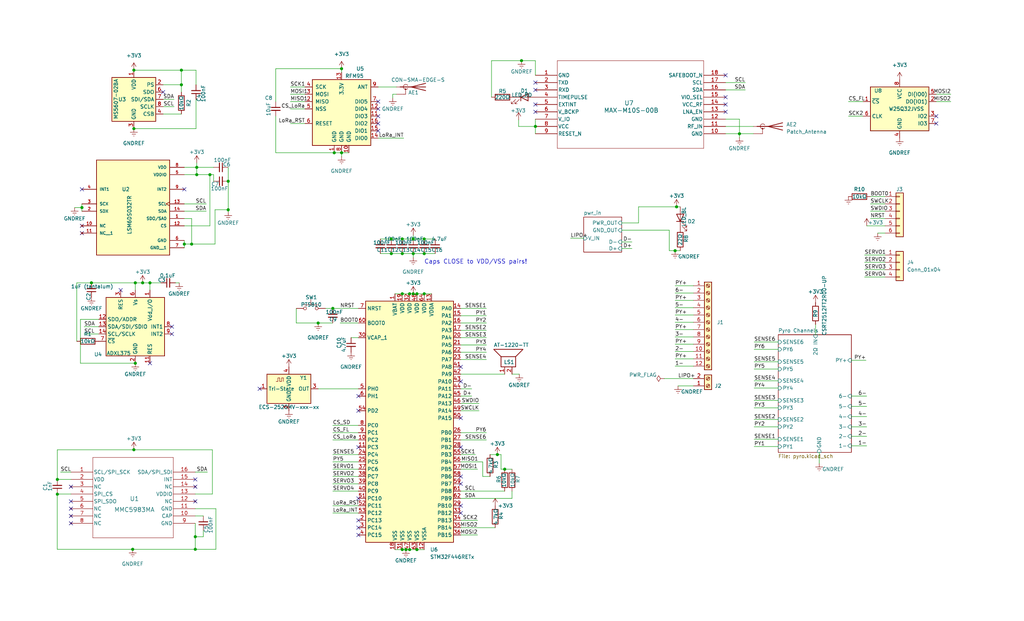
<source format=kicad_sch>
(kicad_sch (version 20231120) (generator "eeschema") (generator_version "8.0")
  (paper "USLegal")
  (title_block (title "WINTER Avionics Computer") (date "2024-02-13") (rev "3.1") (company "SparrowTheNerd"))
  (junction (at 144.78 102.108))
  (junction (at 67.818 186.5376))
  (junction (at 115.57 107.188))
  (junction (at 31.75 98.298))
  (junction (at 46.99 98.298))
  (junction (at 46.482 156.3116))
  (junction (at 68.326 58.166))
  (junction (at 49.53 98.298))
  (junction (at 62.992 24.384))
  (junction (at 135.89 88.138))
  (junction (at 135.89 83.058))
  (junction (at 139.7 83.058))
  (junction (at 139.7 102.108))
  (junction (at 19.9136 171.7548))
  (junction (at 28.448 72.136))
  (junction (at 143.51 88.138))
  (junction (at 143.51 83.058))
  (junction (at 46.0756 190.9064))
  (junction (at 172.72 157.988))
  (junction (at 147.32 102.108))
  (junction (at 46.99 126.238))
  (junction (at 19.9136 166.624))
  (junction (at 118.618 53.086))
  (junction (at 116.078 53.086))
  (junction (at 142.24 102.108))
  (junction (at 139.7 88.138))
  (junction (at 68.326 60.706))
  (junction (at 140.97 191.008))
  (junction (at 46.482 24.384))
  (junction (at 62.992 29.464))
  (junction (at 118.618 23.876))
  (junction (at 66.548 84.836))
  (junction (at 52.07 98.298))
  (junction (at 147.32 88.138))
  (junction (at 72.898 60.706))
  (junction (at 67.818 190.9064))
  (junction (at 79.248 72.898))
  (junction (at 79.248 62.992))
  (junction (at 181.102 21.082))
  (junction (at 175.26 163.068))
  (junction (at 142.24 191.008))
  (junction (at 46.482 44.704))
  (junction (at 139.7 191.008))
  (junction (at 147.32 83.058))
  (junction (at 144.78 191.008))
  (junction (at 110.49 112.268))
  (junction (at 143.51 102.108))
  (junction (at 234.442 87.122))
  (junction (at 234.95 71.882))
  (junction (at 256.794 46.482))
  (junction (at 185.928 43.942))
  (junction (at 64.008 84.836))
  (no_connect (at 160.02 127.508))
  (no_connect (at 56.642 32.004))
  (no_connect (at 124.46 185.928))
  (no_connect (at 185.928 28.702))
  (no_connect (at 185.928 31.242))
  (no_connect (at 160.02 168.148))
  (no_connect (at 124.46 183.388))
  (no_connect (at 28.448 65.786))
  (no_connect (at 251.968 36.322))
  (no_connect (at 124.46 155.448))
  (no_connect (at 24.638 169.164))
  (no_connect (at 160.02 145.288))
  (no_connect (at 28.448 78.486))
  (no_connect (at 41.91 100.838))
  (no_connect (at 64.008 65.786))
  (no_connect (at 52.07 126.238))
  (no_connect (at 325.12 42.926))
  (no_connect (at 325.12 40.386))
  (no_connect (at 185.928 36.322))
  (no_connect (at 28.448 81.026))
  (no_connect (at 67.818 174.244))
  (no_connect (at 160.02 132.588))
  (no_connect (at 131.318 40.386))
  (no_connect (at 131.318 42.926))
  (no_connect (at 131.318 45.466))
  (no_connect (at 131.318 35.306))
  (no_connect (at 131.318 37.846))
  (no_connect (at 160.02 175.768))
  (no_connect (at 160.02 165.608))
  (no_connect (at 124.46 142.748))
  (no_connect (at 67.818 169.164))
  (no_connect (at 24.638 179.324))
  (no_connect (at 24.638 181.864))
  (no_connect (at 24.638 176.784))
  (no_connect (at 67.818 166.624))
  (no_connect (at 160.02 178.308))
  (no_connect (at 59.69 116.078))
  (no_connect (at 160.02 155.448))
  (no_connect (at 59.69 113.538))
  (no_connect (at 124.46 137.668))
  (no_connect (at 185.928 38.862))
  (no_connect (at 251.968 38.862))
  (no_connect (at 124.46 180.848))
  (no_connect (at 90.17 135.128))
  (no_connect (at 24.638 174.244))
  (no_connect (at 251.968 26.162))
  (no_connect (at 251.968 33.782))
  (no_connect (at 124.46 173.228))
  (wire (pts (xy 143.51 88.138) (xy 147.32 88.138)))
  (wire (pts (xy 160.02 114.808) (xy 168.91 114.808)))
  (wire (pts (xy 240.792 117.094) (xy 234.442 117.094)))
  (wire (pts (xy 139.7 83.058) (xy 143.51 83.058)))
  (wire (pts (xy 300.228 91.186) (xy 307.34 91.186)))
  (wire (pts (xy 295.656 154.94) (xy 300.99 154.94)))
  (wire (pts (xy 46.482 24.384) (xy 62.992 24.384)))
  (wire (pts (xy 19.9136 171.704) (xy 19.9136 171.7548)))
  (wire (pts (xy 180.086 41.656) (xy 180.086 43.942)))
  (wire (pts (xy 46.482 156.21) (xy 46.482 156.3116)))
  (wire (pts (xy 139.7 88.138) (xy 143.51 88.138)))
  (wire (pts (xy 215.9 86.36) (xy 219.456 86.36)))
  (wire (pts (xy 137.16 102.108) (xy 139.7 102.108)))
  (wire (pts (xy 160.02 180.848) (xy 165.862 180.848)))
  (wire (pts (xy 64.008 83.566) (xy 64.008 84.836)))
  (wire (pts (xy 28.448 72.136) (xy 28.448 73.406)))
  (wire (pts (xy 110.49 135.128) (xy 124.46 135.128)))
  (wire (pts (xy 115.57 178.308) (xy 124.46 178.308)))
  (wire (pts (xy 46.0756 190.9064) (xy 19.8628 190.9064)))
  (wire (pts (xy 139.7 102.108) (xy 142.24 102.108)))
  (wire (pts (xy 170.18 157.988) (xy 172.72 157.988)))
  (wire (pts (xy 115.57 163.068) (xy 124.46 163.068)))
  (wire (pts (xy 181.102 21.082) (xy 170.688 21.082)))
  (wire (pts (xy 256.794 47.752) (xy 256.794 46.482)))
  (wire (pts (xy 173.99 163.068) (xy 173.99 157.988)))
  (wire (pts (xy 295.656 137.668) (xy 300.99 137.668)))
  (wire (pts (xy 261.874 125.73) (xy 270.256 125.73)))
  (wire (pts (xy 160.02 163.068) (xy 165.862 163.068)))
  (wire (pts (xy 68.326 60.706) (xy 72.898 60.706)))
  (wire (pts (xy 240.792 122.174) (xy 234.442 122.174)))
  (wire (pts (xy 66.548 84.836) (xy 64.008 84.836)))
  (wire (pts (xy 52.07 98.298) (xy 55.88 98.298)))
  (wire (pts (xy 66.548 75.946) (xy 66.548 84.836)))
  (wire (pts (xy 27.94 126.238) (xy 46.99 126.238)))
  (wire (pts (xy 294.64 40.386) (xy 299.72 40.386)))
  (wire (pts (xy 62.23 98.298) (xy 60.96 98.298)))
  (wire (pts (xy 185.928 41.402) (xy 185.928 43.942)))
  (wire (pts (xy 261.874 121.412) (xy 270.256 121.412)))
  (wire (pts (xy 67.818 164.084) (xy 72.0344 164.084)))
  (wire (pts (xy 160.02 183.388) (xy 171.958 183.388)))
  (wire (pts (xy 95.758 53.086) (xy 116.078 53.086)))
  (wire (pts (xy 28.448 70.866) (xy 28.448 72.136)))
  (wire (pts (xy 142.24 102.108) (xy 143.51 102.108)))
  (wire (pts (xy 115.57 150.368) (xy 124.46 150.368)))
  (wire (pts (xy 95.758 40.386) (xy 95.758 53.086)))
  (wire (pts (xy 143.51 83.058) (xy 147.32 83.058)))
  (wire (pts (xy 67.818 190.9064) (xy 46.0756 190.9064)))
  (wire (pts (xy 198.12 82.804) (xy 202.692 82.804)))
  (wire (pts (xy 261.874 132.334) (xy 270.256 132.334)))
  (wire (pts (xy 256.794 46.482) (xy 261.62 46.482)))
  (wire (pts (xy 52.07 98.298) (xy 49.53 98.298)))
  (wire (pts (xy 64.008 78.486) (xy 72.898 78.486)))
  (wire (pts (xy 115.57 170.688) (xy 124.46 170.688)))
  (wire (pts (xy 215.9 77.47) (xy 221.742 77.47)))
  (wire (pts (xy 121.92 117.348) (xy 124.46 117.348)))
  (wire (pts (xy 234.442 112.014) (xy 240.792 112.014)))
  (wire (pts (xy 221.742 71.882) (xy 234.95 71.882)))
  (wire (pts (xy 160.02 170.688) (xy 175.26 170.688)))
  (wire (pts (xy 29.21 113.538) (xy 34.29 113.538)))
  (wire (pts (xy 167.64 165.608) (xy 167.64 160.528)))
  (wire (pts (xy 67.818 179.324) (xy 70.612 179.324)))
  (wire (pts (xy 302.26 68.326) (xy 307.34 68.326)))
  (wire (pts (xy 300.228 88.646) (xy 307.34 88.646)))
  (wire (pts (xy 115.57 107.188) (xy 124.46 107.188)))
  (wire (pts (xy 56.642 39.624) (xy 62.992 39.624)))
  (wire (pts (xy 67.818 176.784) (xy 74.9808 176.784)))
  (wire (pts (xy 74.168 60.706) (xy 74.168 62.992)))
  (wire (pts (xy 68.072 44.704) (xy 46.482 44.704)))
  (wire (pts (xy 73.7616 171.704) (xy 67.818 171.704)))
  (wire (pts (xy 67.818 186.5376) (xy 67.818 190.9064)))
  (wire (pts (xy 170.18 165.608) (xy 167.64 165.608)))
  (wire (pts (xy 261.874 128.27) (xy 270.256 128.27)))
  (wire (pts (xy 19.8628 171.6532) (xy 20.066 171.6532)))
  (wire (pts (xy 131.318 48.006) (xy 140.208 48.006)))
  (wire (pts (xy 115.57 175.768) (xy 124.46 175.768)))
  (wire (pts (xy 21.0163 164.0826) (xy 24.638 164.084)))
  (wire (pts (xy 232.41 87.122) (xy 232.41 80.01)))
  (wire (pts (xy 79.248 72.898) (xy 79.248 73.66)))
  (wire (pts (xy 137.668 32.766) (xy 136.398 32.766)))
  (wire (pts (xy 74.676 72.898) (xy 79.248 72.898)))
  (wire (pts (xy 261.874 148.336) (xy 270.256 148.336)))
  (wire (pts (xy 46.99 100.838) (xy 46.99 98.298)))
  (wire (pts (xy 68.072 24.384) (xy 62.992 24.384)))
  (wire (pts (xy 160.02 107.188) (xy 168.91 107.188)))
  (wire (pts (xy 295.656 144.78) (xy 300.99 144.78)))
  (wire (pts (xy 160.02 119.888) (xy 168.91 119.888)))
  (wire (pts (xy 160.02 135.128) (xy 163.83 135.128)))
  (wire (pts (xy 240.792 114.554) (xy 234.442 114.554)))
  (wire (pts (xy 64.008 60.706) (xy 68.326 60.706)))
  (wire (pts (xy 251.968 43.942) (xy 261.62 43.942)))
  (wire (pts (xy 115.57 147.828) (xy 124.46 147.828)))
  (wire (pts (xy 325.12 35.306) (xy 330.2 35.306)))
  (wire (pts (xy 215.9 84.074) (xy 219.456 84.074)))
  (wire (pts (xy 46.99 98.298) (xy 31.75 98.298)))
  (wire (pts (xy 56.642 37.084) (xy 60.452 37.084)))
  (wire (pts (xy 62.992 32.004) (xy 62.992 29.464)))
  (wire (pts (xy 132.08 88.138) (xy 135.89 88.138)))
  (wire (pts (xy 261.874 155.194) (xy 270.256 155.194)))
  (wire (pts (xy 261.874 145.796) (xy 270.256 145.796)))
  (wire (pts (xy 19.9136 166.624) (xy 19.9136 166.6748)))
  (wire (pts (xy 79.248 58.166) (xy 79.248 62.992)))
  (wire (pts (xy 160.02 117.348) (xy 168.91 117.348)))
  (wire (pts (xy 215.9 80.01) (xy 232.41 80.01)))
  (wire (pts (xy 67.818 181.864) (xy 67.818 186.5376)))
  (wire (pts (xy 234.442 99.314) (xy 240.792 99.314)))
  (wire (pts (xy 181.102 21.082) (xy 185.928 21.082)))
  (wire (pts (xy 29.21 116.078) (xy 34.29 116.078)))
  (wire (pts (xy 160.02 124.968) (xy 168.91 124.968)))
  (wire (pts (xy 160.02 185.928) (xy 165.862 185.928)))
  (wire (pts (xy 284.48 157.226) (xy 284.48 161.036)))
  (wire (pts (xy 142.24 191.008) (xy 144.78 191.008)))
  (wire (pts (xy 300.228 93.726) (xy 307.34 93.726)))
  (wire (pts (xy 234.442 104.394) (xy 240.792 104.394)))
  (wire (pts (xy 118.618 54.356) (xy 118.618 53.086)))
  (wire (pts (xy 74.676 84.836) (xy 74.676 72.898)))
  (wire (pts (xy 100.838 37.846) (xy 105.918 37.846)))
  (wire (pts (xy 160.02 173.228) (xy 177.8 173.228)))
  (wire (pts (xy 304.8 81.026) (xy 307.34 81.026)))
  (wire (pts (xy 68.072 34.544) (xy 68.072 44.704)))
  (wire (pts (xy 294.64 35.306) (xy 299.72 35.306)))
  (wire (pts (xy 240.792 124.714) (xy 234.442 124.714)))
  (wire (pts (xy 261.874 118.872) (xy 270.256 118.872)))
  (wire (pts (xy 135.89 83.058) (xy 139.7 83.058)))
  (wire (pts (xy 70.612 186.5376) (xy 67.818 186.5376)))
  (wire (pts (xy 160.02 122.428) (xy 168.91 122.428)))
  (wire (pts (xy 19.9136 166.624) (xy 19.9136 156.3116)))
  (wire (pts (xy 73.7616 156.3116) (xy 73.7616 171.704)))
  (wire (pts (xy 261.874 152.654) (xy 270.256 152.654)))
  (wire (pts (xy 64.008 84.836) (xy 64.008 86.106)))
  (wire (pts (xy 177.8 170.688) (xy 177.8 173.228)))
  (wire (pts (xy 19.9136 156.3116) (xy 46.482 156.3116)))
  (wire (pts (xy 160.02 112.268) (xy 168.91 112.268)))
  (wire (pts (xy 72.898 78.486) (xy 72.898 60.706)))
  (wire (pts (xy 143.51 88.138) (xy 143.51 89.408)))
  (wire (pts (xy 302.26 73.406) (xy 307.34 73.406)))
  (wire (pts (xy 251.968 28.702) (xy 258.826 28.702)))
  (wire (pts (xy 295.656 125.222) (xy 300.736 125.222)))
  (wire (pts (xy 234.442 87.122) (xy 232.41 87.122)))
  (wire (pts (xy 25.908 72.136) (xy 28.448 72.136)))
  (wire (pts (xy 66.548 84.836) (xy 74.676 84.836)))
  (wire (pts (xy 64.008 58.166) (xy 68.326 58.166)))
  (wire (pts (xy 20.066 171.7548) (xy 19.9136 171.7548)))
  (wire (pts (xy 295.656 151.638) (xy 300.99 151.638)))
  (wire (pts (xy 26.67 98.298) (xy 26.67 118.618)))
  (wire (pts (xy 144.78 102.108) (xy 147.32 102.108)))
  (wire (pts (xy 68.326 56.642) (xy 68.326 58.166)))
  (wire (pts (xy 20.066 171.6532) (xy 20.066 171.7548)))
  (wire (pts (xy 74.9808 190.9064) (xy 67.818 190.9064)))
  (wire (pts (xy 236.22 87.122) (xy 234.442 87.122)))
  (wire (pts (xy 116.078 53.086) (xy 118.618 53.086)))
  (wire (pts (xy 185.928 43.942) (xy 180.086 43.942)))
  (wire (pts (xy 64.008 75.946) (xy 66.548 75.946)))
  (wire (pts (xy 115.57 168.148) (xy 124.46 168.148)))
  (wire (pts (xy 295.656 148.336) (xy 300.99 148.336)))
  (wire (pts (xy 300.99 78.486) (xy 307.34 78.486)))
  (wire (pts (xy 185.928 26.162) (xy 185.928 21.082)))
  (wire (pts (xy 100.838 32.766) (xy 105.918 32.766)))
  (wire (pts (xy 235.458 134.112) (xy 240.792 134.112)))
  (wire (pts (xy 131.318 30.226) (xy 137.668 30.226)))
  (wire (pts (xy 221.742 77.47) (xy 221.742 71.882)))
  (wire (pts (xy 118.618 23.876) (xy 118.618 25.146)))
  (wire (pts (xy 302.26 70.866) (xy 307.34 70.866)))
  (wire (pts (xy 139.7 191.008) (xy 140.97 191.008)))
  (wire (pts (xy 52.07 100.838) (xy 52.07 98.298)))
  (wire (pts (xy 144.78 191.008) (xy 147.32 191.008)))
  (wire (pts (xy 240.792 127.254) (xy 234.442 127.254)))
  (wire (pts (xy 135.89 88.138) (xy 139.7 88.138)))
  (wire (pts (xy 100.838 35.306) (xy 105.918 35.306)))
  (wire (pts (xy 230.632 131.572) (xy 240.792 131.572)))
  (wire (pts (xy 283.21 112.776) (xy 283.21 116.332)))
  (wire (pts (xy 102.87 112.268) (xy 110.49 112.268)))
  (wire (pts (xy 234.442 109.474) (xy 240.792 109.474)))
  (wire (pts (xy 124.46 160.528) (xy 115.57 160.528)))
  (wire (pts (xy 160.02 140.208) (xy 166.37 140.208)))
  (wire (pts (xy 118.11 112.268) (xy 124.46 112.268)))
  (wire (pts (xy 300.228 96.266) (xy 307.34 96.266)))
  (wire (pts (xy 113.03 107.188) (xy 115.57 107.188)))
  (wire (pts (xy 175.26 163.068) (xy 173.99 163.068)))
  (wire (pts (xy 70.612 184.404) (xy 70.612 186.5376)))
  (wire (pts (xy 95.758 35.306) (xy 95.758 23.876)))
  (wire (pts (xy 56.642 34.544) (xy 60.452 34.544)))
  (wire (pts (xy 160.02 160.528) (xy 167.64 160.528)))
  (wire (pts (xy 137.16 191.008) (xy 139.7 191.008)))
  (wire (pts (xy 24.638 171.704) (xy 19.9136 171.704)))
  (wire (pts (xy 170.688 21.082) (xy 170.688 33.782)))
  (wire (pts (xy 160.02 152.908) (xy 168.91 152.908)))
  (wire (pts (xy 234.442 101.854) (xy 240.792 101.854)))
  (wire (pts (xy 256.794 41.402) (xy 256.794 46.482)))
  (wire (pts (xy 34.29 110.998) (xy 27.94 110.998)))
  (wire (pts (xy 100.838 42.926) (xy 105.918 42.926)))
  (wire (pts (xy 143.51 102.108) (xy 144.78 102.108)))
  (wire (pts (xy 115.57 152.908) (xy 124.46 152.908)))
  (wire (pts (xy 295.656 141.224) (xy 300.99 141.224)))
  (wire (pts (xy 185.928 43.942) (xy 185.928 46.482)))
  (wire (pts (xy 124.46 157.988) (xy 115.57 157.988)))
  (wire (pts (xy 110.49 112.268) (xy 115.57 112.268)))
  (wire (pts (xy 240.792 119.634) (xy 234.442 119.634)))
  (wire (pts (xy 115.57 165.608) (xy 124.46 165.608)))
  (wire (pts (xy 261.874 139.192) (xy 270.256 139.192)))
  (wire (pts (xy 136.398 32.766) (xy 136.398 34.036)))
  (wire (pts (xy 132.08 83.058) (xy 135.89 83.058)))
  (wire (pts (xy 68.326 58.166) (xy 68.326 60.706)))
  (wire (pts (xy 160.02 157.988) (xy 165.1 157.988)))
  (wire (pts (xy 102.87 107.188) (xy 102.87 112.268)))
  (wire (pts (xy 95.758 23.876) (xy 118.618 23.876)))
  (wire (pts (xy 19.8628 190.9064) (xy 19.8628 171.6532)))
  (wire (pts (xy 160.02 137.668) (xy 163.83 137.668)))
  (wire (pts (xy 177.8 163.068) (xy 175.26 163.068)))
  (wire (pts (xy 64.008 73.406) (xy 71.628 73.406)))
  (wire (pts (xy 79.248 62.992) (xy 79.248 72.898)))
  (wire (pts (xy 31.75 98.298) (xy 26.67 98.298)))
  (wire (pts (xy 72.898 60.706) (xy 74.168 60.706)))
  (wire (pts (xy 147.32 102.108) (xy 149.86 102.108)))
  (wire (pts (xy 147.32 88.138) (xy 151.13 88.138)))
  (wire (pts (xy 160.02 109.728) (xy 168.91 109.728)))
  (wire (pts (xy 27.94 110.998) (xy 27.94 126.238)))
  (wire (pts (xy 251.968 46.482) (xy 256.794 46.482)))
  (wire (pts (xy 74.9808 176.784) (xy 74.9808 190.9064)))
  (wire (pts (xy 173.99 157.988) (xy 172.72 157.988)))
  (wire (pts (xy 62.992 24.384) (xy 62.992 29.464)))
  (wire (pts (xy 261.874 134.874) (xy 270.256 134.874)))
  (wire (pts (xy 62.992 29.464) (xy 56.642 29.464)))
  (wire (pts (xy 24.638 166.624) (xy 19.9136 166.624)))
  (wire (pts (xy 251.968 31.242) (xy 258.826 31.242)))
  (wire (pts (xy 325.12 32.766) (xy 330.2 32.766)))
  (wire (pts (xy 68.326 58.166) (xy 74.168 58.166)))
  (wire (pts (xy 302.26 75.946) (xy 307.34 75.946)))
  (wire (pts (xy 140.97 191.008) (xy 142.24 191.008)))
  (wire (pts (xy 160.02 142.748) (xy 166.37 142.748)))
  (wire (pts (xy 160.02 150.368) (xy 168.91 150.368)))
  (wire (pts (xy 234.442 106.934) (xy 240.792 106.934)))
  (wire (pts (xy 64.008 70.866) (xy 71.628 70.866)))
  (wire (pts (xy 261.874 141.732) (xy 270.256 141.732)))
  (wire (pts (xy 175.26 130.048) (xy 160.02 130.048)))
  (wire (pts (xy 251.968 41.402) (xy 256.794 41.402)))
  (wire (pts (xy 68.072 29.464) (xy 68.072 24.384)))
  (wire (pts (xy 143.51 81.788) (xy 143.51 83.058)))
  (wire (pts (xy 147.32 83.058) (xy 151.13 83.058)))
  (wire (pts (xy 100.838 30.226) (xy 105.918 30.226)))
  (wire (pts (xy 180.34 130.048) (xy 177.8 130.048)))
  (wire (pts (xy 46.482 156.3116) (xy 73.7616 156.3116)))
  (wire (pts (xy 49.53 98.298) (xy 46.99 98.298)))
  (wire (pts (xy 234.95 71.882) (xy 236.22 71.882)))
  (wire (pts (xy 118.618 53.086) (xy 121.158 53.086)))
  (text "Caps CLOSE to VDD/VSS pairs!" (at 147.32 91.948 0) (effects (font (size 1.5 1.5)) (justify left bottom)))
  (label "MISO2" (at 165.862 183.388 180))
  (label "PY+" (at 234.442 114.554 0))
  (label "MOSI2" (at 330.2 32.766 180))
  (label "MOSI1" (at 100.838 32.766 0))
  (label "SENSE5" (at 261.874 125.73 0))
  (label "PY+" (at 234.442 99.314 0))
  (label "PY+" (at 234.442 104.394 0))
  (label "MISO2" (at 330.2 35.306 180))
  (label "SERVO1" (at 115.57 163.068 0))
  (label "5-" (at 234.442 106.934 0))
  (label "SCL" (at 60.452 37.084 180))
  (label "3-" (at 234.442 117.094 0))
  (label "SCL" (at 29.21 116.078 0))
  (label "MOSI2" (at 165.862 185.928 180))
  (label "SCK1" (at 100.838 30.226 0))
  (label "PY1" (at 168.91 109.728 180))
  (label "D+" (at 163.83 137.668 180))
  (label "LoRa_RST" (at 115.57 175.768 0))
  (label "PY3" (at 261.874 141.732 0))
  (label "SWDIO" (at 302.26 73.406 0))
  (label "CS_FL" (at 294.64 35.306 0))
  (label "PY4" (at 261.874 134.874 0))
  (label "1-" (at 234.442 127.254 0))
  (label "SCL" (at 165.1 170.688 180))
  (label "SCL" (at 258.826 28.702 180))
  (label "MISO1" (at 100.838 35.306 0))
  (label "PY+" (at 300.736 125.222 180))
  (label "PY5" (at 261.874 128.27 0))
  (label "SERVO3" (at 300.228 93.726 0))
  (label "PY2" (at 261.874 148.336 0))
  (label "SCK2" (at 165.862 180.848 180))
  (label "SENSE6" (at 168.91 152.908 180))
  (label "PY1" (at 261.874 155.194 0))
  (label "PY4" (at 168.91 122.428 180))
  (label "CS_LoRa" (at 115.57 152.908 0))
  (label "SCK1" (at 165.1 157.988 180))
  (label "SDA" (at 60.452 34.544 180))
  (label "SENSE5" (at 115.57 157.988 0))
  (label "SDA" (at 258.826 31.242 180))
  (label "PY5" (at 115.57 160.528 0))
  (label "SERVO4" (at 300.228 96.266 0))
  (label "SCL" (at 21.0163 164.0826 0))
  (label "6-" (at 300.99 137.668 180))
  (label "SERVO2" (at 300.228 91.186 0))
  (label "SENSE1" (at 168.91 107.188 180))
  (label "MOSI1" (at 165.862 163.068 180))
  (label "SWCLK" (at 302.26 70.866 0))
  (label "6-" (at 234.442 101.854 0))
  (label "BOOT0" (at 302.26 68.326 0))
  (label "LoRa_INT" (at 140.208 48.006 180))
  (label "SWDIO" (at 166.37 140.208 180))
  (label "LIPO+" (at 198.12 82.804 0))
  (label "PY+" (at 234.442 119.634 0))
  (label "SENSE2" (at 261.874 145.796 0))
  (label "BOOT0" (at 118.11 112.268 0))
  (label "SERVO3" (at 115.57 168.148 0))
  (label "PY6" (at 168.91 150.368 180))
  (label "2-" (at 300.99 151.638 180))
  (label "PY6" (at 261.874 121.412 0))
  (label "NRST" (at 302.26 75.946 0))
  (label "SDA" (at 71.628 73.406 180))
  (label "SENSE4" (at 261.874 132.334 0))
  (label "SDA" (at 72.0344 164.084 180))
  (label "CS_FL" (at 115.57 150.368 0))
  (label "SENSE3" (at 168.91 117.348 180))
  (label "SCL" (at 71.628 70.866 180))
  (label "D+" (at 219.456 86.36 180))
  (label "PY+" (at 234.442 124.714 0))
  (label "4-" (at 300.99 144.78 180))
  (label "SERVO4" (at 115.57 170.688 0))
  (label "PY2" (at 168.91 112.268 180))
  (label "D-" (at 163.83 135.128 180))
  (label "2-" (at 234.442 122.174 0))
  (label "SDA" (at 165.1 173.228 180))
  (label "3-" (at 300.99 148.336 180))
  (label "LIPO+" (at 235.458 131.572 0))
  (label "SERVO1" (at 300.228 88.646 0))
  (label "SENSE1" (at 261.874 152.654 0))
  (label "CS_LoRa" (at 105.918 37.846 180))
  (label "SERVO2" (at 115.57 165.608 0))
  (label "4-" (at 234.442 112.014 0))
  (label "LoRa_RST" (at 105.918 42.926 180))
  (label "1-" (at 300.99 154.94 180))
  (label "SCK2" (at 294.64 40.386 0))
  (label "SWCLK" (at 166.37 142.748 180))
  (label "CS_SD" (at 115.57 147.828 0))
  (label "PY+" (at 234.442 109.474 0))
  (label "D-" (at 219.456 84.074 180))
  (label "LoRa_INT" (at 115.57 178.308 0))
  (label "SENSE2" (at 168.91 114.808 180))
  (label "MISO1" (at 166.116 160.528 180))
  (label "SENSE3" (at 261.874 139.192 0))
  (label "SENSE6" (at 261.874 118.872 0))
  (label "PY3" (at 168.91 119.888 180))
  (label "5-" (at 300.99 141.224 180))
  (label "SENSE4" (at 168.91 124.968 180))
  (label "NRST" (at 118.11 107.188 0))
  (label "SDA" (at 29.21 113.538 0))
  (symbol (lib_id "rev3_components:MMC5983MA") (at 24.638 164.084 0) (unit 1)
    (property "Reference" "U1" (at 46.6852 173.3296 0) (effects (font (size 1.524 1.524))))
    (property "Value" "MMC5983MA" (at 46.6852 177.1396 0) (effects (font (size 1.524 1.524))))
    (property "Footprint" "rev3footprints:MMC5983MA_MEM" (effects (hide yes)))
    (property "Datasheet" "MMC5983MA" (effects (hide yes)))
  )
  (symbol (lib_id "Memory_Flash:W25Q32JVSS") (at 312.42 37.846 0) (unit 1)
    (property "Reference" "U8" (at 303.53 31.496 0) (effects (justify left)))
    (property "Value" "W25Q32JVSS" (at 308.61 37.846 0) (effects (justify left)))
    (property "Footprint" "Package_SO:SOIC-8_5.23x5.23mm_P1.27mm" (effects (hide yes)))
    (property "Datasheet" "http://www.winbond.com/resource-files/w25q32jv%20revg%2003272018%20plus.pdf" (effects (hide yes)))
  )
  (symbol (lib_id "power:GNDREF") (at 140.97 191.008 0) (unit 1)
    (property "Reference" "#PWR019" (effects (hide yes)))
    (property "Value" "GNDREF" (at 140.97 194.818 0))
  )
  (symbol (lib_id "Device:C_Small") (at 151.13 85.598 0) (unit 1)
    (property "Reference" "C16" (at 149.86 86.868 0) (effects (justify left)))
    (property "Value" "4.7uF" (at 149.86 83.058 0) (effects (justify left)))
    (property "Footprint" "Capacitor_SMD:C_0603_1608Metric" (effects (hide yes)))
  )
  (symbol (lib_id "power:+3.3V") (at 118.618 23.876 0) (unit 1)
    (property "Reference" "#PWR015" (effects (hide yes)))
    (property "Value" "+3V3" (at 118.618 18.796 0))
  )
  (symbol (lib_id "power:+3.3V") (at 283.21 105.156 0) (unit 1)
    (property "Reference" "#PWR032" (effects (hide yes)))
    (property "Value" "+3V3" (at 283.21 101.346 0))
  )
  (symbol (lib_id "Device:C_Small") (at 31.75 100.838 180) (unit 1)
    (property "Reference" "C2" (at 30.7639 101.7507 90) (effects (justify left)))
    (property "Value" "1uF (tantalum)" (at 39.37 99.568 0) (effects (justify left)))
    (property "Footprint" "Capacitor_SMD:C_0603_1608Metric" (effects (hide yes)))
  )
  (symbol (lib_id "Device:R") (at 62.992 35.814 180) (unit 1)
    (property "Reference" "R2" (at 65.532 35.814 90))
    (property "Value" "10kΩ" (at 62.992 35.814 90))
    (property "Footprint" "Resistor_SMD:R_0603_1608Metric" (effects (hide yes)))
  )
  (symbol (lib_id "Device:C_Small") (at 135.89 85.598 0) (unit 1)
    (property "Reference" "C12" (at 134.62 86.868 0) (effects (justify left)))
    (property "Value" "100nF" (at 133.35 83.058 0) (effects (justify left)))
    (property "Footprint" "Capacitor_SMD:C_0603_1608Metric" (effects (hide yes)))
  )
  (symbol (lib_id "Device:R") (at 175.26 166.878 0) (mirror x) (unit 1)
    (property "Reference" "R6" (at 173.2106 166.5478 90))
    (property "Value" "10kΩ" (at 175.006 166.878 90))
    (property "Footprint" "Resistor_SMD:R_0603_1608Metric" (effects (hide yes)))
  )
  (symbol (lib_id "Connector:Screw_Terminal_01x02") (at 245.872 134.112 0) (mirror x) (unit 1)
    (property "Reference" "J2" (at 248.158 134.112 0) (effects (justify left)))
    (property "Value" "Screw_Terminal_01x02" (effects (hide yes)))
    (property "Footprint" "Connector_PinHeader_2.54mm:PinHeader_1x02_P2.54mm_Vertical" (effects (hide yes)))
  )
  (symbol (lib_id "power:GNDREF") (at 304.8 81.026 0) (unit 1)
    (property "Reference" "#PWR036" (effects (hide yes)))
    (property "Value" "GNDREF" (effects (hide yes)))
  )
  (symbol (lib_id "power:GNDREF") (at 46.482 44.704 0) (unit 1)
    (property "Reference" "#PWR05" (effects (hide yes)))
    (property "Value" "GNDREF" (at 46.482 49.784 0))
  )
  (symbol (lib_id "Device:C_Small") (at 68.072 32.004 180) (unit 1)
    (property "Reference" "C4" (at 69.0716 32.6762 90) (effects (justify left)))
    (property "Value" "100nF" (at 70.612 29.464 90) (effects (justify left)))
    (property "Footprint" "Capacitor_SMD:C_0603_1608Metric" (effects (hide yes)))
  )
  (symbol (lib_id "Device:C_Small") (at 58.42 98.298 90) (unit 1)
    (property "Reference" "C3" (at 57.5073 97.3119 90) (effects (justify left)))
    (property "Value" "0.1uF" (at 60.96 95.758 90) (effects (justify left)))
    (property "Footprint" "Capacitor_SMD:C_0603_1608Metric" (effects (hide yes)))
  )
  (symbol (lib_id "power:+3.3V") (at 234.95 71.882 0) (unit 1)
    (property "Reference" "#PWR029" (effects (hide yes)))
    (property "Value" "+3V3" (at 234.95 68.072 0))
  )
  (symbol (lib_id "Device:C_Small") (at 76.708 58.166 270) (unit 1)
    (property "Reference" "C6" (at 77.3802 57.1664 90) (effects (justify left)))
    (property "Value" "100nF" (at 74.168 55.626 90) (effects (justify left)))
    (property "Footprint" "Capacitor_SMD:C_0603_1608Metric" (effects (hide yes)))
  )
  (symbol (lib_id "power:+3.3V") (at 171.958 175.768 0) (unit 1)
    (property "Reference" "#PWR023" (effects (hide yes)))
    (property "Value" "+3V3" (at 175.514 175.768 0))
  )
  (symbol (lib_id "power:+3.3V") (at 68.326 56.642 0) (unit 1)
    (property "Reference" "#PWR010" (effects (hide yes)))
    (property "Value" "+3V3" (at 68.326 52.832 0))
  )
  (symbol (lib_id "Device:C_Small") (at 143.51 85.598 0) (unit 1)
    (property "Reference" "C14" (at 142.24 86.868 0) (effects (justify left)))
    (property "Value" "100nF" (at 140.97 83.058 0) (effects (justify left)))
    (property "Footprint" "Capacitor_SMD:C_0603_1608Metric" (effects (hide yes)))
  )
  (symbol (lib_id "Device:LED") (at 236.22 75.692 90) (unit 1)
    (property "Reference" "D2" (at 238.76 76.962 90) (effects (justify right)))
    (property "Value" "LED_BL" (at 237.49 71.882 0) (effects (justify right)))
    (property "Footprint" "LED_SMD:LED_0603_1608Metric" (effects (hide yes)))
  )
  (symbol (lib_id "Sensor_Pressure:MS5607-02BA") (at 46.482 34.544 0) (mirror y) (unit 1)
    (property "Reference" "U3" (at 43.8048 34.544 0) (effects (justify left)))
    (property "Value" "MS5607-02BA" (at 40.2671 41.4281 90) (effects (justify left)))
    (property "Footprint" "Package_LGA:LGA-8_3x5mm_P1.25mm" (effects (hide yes)))
    (property "Datasheet" "https://www.te.com/commerce/DocumentDelivery/DDEController?Action=showdoc&DocId=Data+Sheet%7FMS5607-02BA03%7FB2%7Fpdf%7FEnglish%7FENG_DS_MS5607-02BA03_B2.pdf%7FCAT-BLPS0035" (effects (hide yes)))
  )
  (symbol (lib_id "Device:R") (at 283.21 108.966 180) (unit 1)
    (property "Reference" "R9" (at 283.21 108.966 90))
    (property "Value" "CSRT2512FT2R00-UP" (at 286.258 106.172 90))
    (property "Footprint" "Resistor_SMD:R_2512_6332Metric" (effects (hide yes)))
  )
  (symbol (lib_id "power:GNDREF") (at 256.794 47.752 0) (unit 1)
    (property "Reference" "#PWR031" (effects (hide yes)))
    (property "Value" "GNDREF" (at 256.794 51.562 0))
  )
  (symbol (lib_id "power:GNDREF") (at 284.48 161.036 0) (unit 1)
    (property "Reference" "#PWR033" (effects (hide yes)))
    (property "Value" "GNDREF" (at 289.306 163.068 0))
  )
  (symbol (lib_id "power:GNDREF") (at 46.99 126.238 0) (unit 1)
    (property "Reference" "#PWR07" (effects (hide yes)))
    (property "Value" "GNDREF" (at 46.99 130.048 0))
  )
  (symbol (lib_id "power:+3.3V") (at 46.482 156.21 0) (unit 1)
    (property "Reference" "#PWR06" (effects (hide yes)))
    (property "Value" "+3V3" (at 46.482 152.4 0))
  )
  (symbol (lib_id "power:GNDREF") (at 234.442 87.122 0) (unit 1)
    (property "Reference" "#PWR028" (effects (hide yes)))
    (property "Value" "GNDREF" (at 239.268 89.154 0))
  )
  (symbol (lib_id "power:+3.3V") (at 100.33 127.508 0) (unit 1)
    (property "Reference" "#PWR012" (effects (hide yes)))
    (property "Value" "+3V3" (at 100.33 123.698 0))
  )
  (symbol (lib_id "power:GNDREF") (at 25.908 72.136 0) (unit 1)
    (property "Reference" "#PWR01" (effects (hide yes)))
    (property "Value" "GNDREF" (at 25.908 75.946 0))
  )
  (symbol (lib_id "RF_Module:RFM95W-915S2") (at 118.618 37.846 0) (unit 1)
    (property "Reference" "U5" (at 123.698 23.876 0) (effects (justify left)))
    (property "Value" "RFM95" (at 119.888 26.416 0) (effects (justify left)))
    (property "Footprint" "RF_Module:HOPERF_RFM9XW_SMD" (effects (hide yes)))
    (property "Datasheet" "https://www.hoperf.com/data/upload/portal/20181127/5bfcbea20e9ef.pdf" (effects (hide yes)))
  )
  (symbol (lib_id "Device:R") (at 171.958 179.578 180) (unit 1)
    (property "Reference" "R4" (at 174.0074 179.2478 90))
    (property "Value" "4.7kΩ" (at 172.212 179.578 90))
    (property "Footprint" "Resistor_SMD:R_0603_1608Metric" (effects (hide yes)))
  )
  (symbol (lib_id "power:+3.3V") (at 49.53 98.298 0) (unit 1)
    (property "Reference" "#PWR08" (effects (hide yes)))
    (property "Value" "+3V3" (at 49.53 94.488 0))
  )
  (symbol (lib_id "power:GNDREF") (at 118.618 54.356 0) (unit 1)
    (property "Reference" "#PWR016" (effects (hide yes)))
    (property "Value" "GNDREF" (at 118.618 59.436 0))
  )
  (symbol (lib_id "power:GNDREF") (at 181.102 21.082 0) (unit 1)
    (property "Reference" "#PWR027" (effects (hide yes)))
    (property "Value" "GNDREF" (at 181.1528 24.892 0))
  )
  (symbol (lib_id "MCU_ST_STM32F4:STM32F446RETx") (at 142.24 145.288 0) (unit 1)
    (property "Reference" "U6" (at 149.3394 191.008 0) (effects (justify left)))
    (property "Value" "STM32F446RETx" (at 149.3394 193.548 0) (effects (justify left)))
    (property "Footprint" "Package_QFP:LQFP-64_10x10mm_P0.5mm" (effects (hide yes)))
    (property "Datasheet" "http://www.st.com/st-web-ui/static/active/en/resource/technical/document/datasheet/DM00141306.pdf" (effects (hide yes)))
  )
  (symbol (lib_id "power:GNDREF") (at 294.64 68.326 0) (unit 1)
    (property "Reference" "#PWR034" (effects (hide yes)))
    (property "Value" "GNDREF" (effects (hide yes)))
  )
  (symbol (lib_id "Device:C_Small") (at 95.758 37.846 0) (unit 1)
    (property "Reference" "C8" (at 91.948 34.036 0) (effects (justify left)))
    (property "Value" "10uF" (at 93.218 40.386 90) (effects (justify left)))
    (property "Footprint" "Capacitor_SMD:C_0603_1608Metric" (effects (hide yes)))
  )
  (symbol (lib_id "power:GNDREF") (at 312.42 48.006 0) (unit 1)
    (property "Reference" "#PWR038" (effects (hide yes)))
    (property "Value" "GNDREF" (at 312.42 53.086 0))
  )
  (symbol (lib_id "Device:Speaker") (at 175.26 124.968 90) (unit 1)
    (property "Reference" "LS1" (at 174.9566 125.8555 90) (effects (justify right)))
    (property "Value" "AT-1220-TT" (at 171.45 119.888 90) (effects (justify right)))
    (property "Footprint" "Buzzer_Beeper:MagneticBuzzer_ProSignal_ABT-410-RC" (effects (hide yes)))
  )
  (symbol (lib_id "Device:R") (at 174.498 33.782 90) (unit 1)
    (property "Reference" "R5" (at 174.498 31.6949 90))
    (property "Value" "220Ω" (at 174.498 33.782 90))
    (property "Footprint" "Resistor_SMD:R_0603_1608Metric" (effects (hide yes)))
  )
  (symbol (lib_id "power:GNDREF") (at 143.51 89.408 0) (unit 1)
    (property "Reference" "#PWR021" (effects (hide yes)))
    (property "Value" "GNDREF" (at 143.51 94.488 0))
  )
  (symbol (lib_id "Device:Antenna_Shield") (at 142.748 30.226 270) (unit 1)
    (property "Reference" "AE1" (at 141.761 32.1624 90) (effects (justify left)))
    (property "Value" "CON-SMA-EDGE-S" (at 135.833 27.7642 90) (effects (justify left)))
    (property "Footprint" "Connector_Coaxial:U.FL_Molex_MCRF_73412-0110_Vertical" (effects (hide yes)))
  )
  (symbol (lib_id "Device:R") (at 170.18 161.798 180) (unit 1)
    (property "Reference" "R3" (at 172.2294 161.4678 90))
    (property "Value" "4.7kΩ" (at 170.434 161.798 90))
    (property "Footprint" "Resistor_SMD:R_0603_1608Metric" (effects (hide yes)))
  )
  (symbol (lib_id "power:+3.3V") (at 143.51 81.788 0) (unit 1)
    (property "Reference" "#PWR020" (effects (hide yes)))
    (property "Value" "+3V3" (at 143.51 77.978 0))
  )
  (symbol (lib_id "rev3_components:LSM6DSO32TR") (at 46.228 70.866 0) (unit 1)
    (property "Reference" "U2" (at 43.688 65.786 0))
    (property "Value" "LSM6DSO32TR" (at 44.958 74.676 90))
    (property "Footprint" "rev3footprints:LSM6DSO32TR" (effects (hide yes)))
    (property "PARTREV" "1" (effects (hide yes)))
    (property "STANDARD" "Manufacturer Recommendations" (effects (hide yes)))
    (property "MAXIMUM_PACKAGE_HEIGHT" "0.86mm" (effects (hide yes)))
    (property "MANUFACTURER" "STMicroelectronics" (effects (hide yes)))
  )
  (symbol (lib_id "Connector:Screw_Terminal_01x12") (at 245.872 112.014 0) (unit 1)
    (property "Reference" "J1" (at 248.92 112.014 0) (effects (justify left)))
    (property "Value" "Screw_Terminal_01x12" (effects (hide yes)))
    (property "Footprint" "TerminalBlock_Phoenix:TerminalBlock_Phoenix_MPT-0,5-12-2.54_1x12_P2.54mm_Horizontal" (effects (hide yes)))
  )
  (symbol (lib_id "power:GNDREF") (at 79.248 73.66 0) (unit 1)
    (property "Reference" "#PWR011" (effects (hide yes)))
    (property "Value" "GNDREF" (at 79.248 77.47 0))
  )
  (symbol (lib_id "Connector_Generic:Conn_01x06") (at 312.42 73.406 0) (unit 1)
    (property "Reference" "J3" (at 311.15 65.786 0) (effects (justify left)))
    (property "Value" "Conn_01x06" (effects (hide yes)))
    (property "Footprint" "Connector_PinHeader_2.54mm:PinHeader_1x06_P2.54mm_Vertical" (effects (hide yes)))
  )
  (symbol (lib_id "Device:C_Small") (at 19.9136 169.2148 180) (unit 1)
    (property "Reference" "C1" (at 15.6972 167.894 90) (effects (justify left)))
    (property "Value" "1nF" (at 17.3736 167.132 90) (effects (justify left)))
    (property "Footprint" "Capacitor_SMD:C_0603_1608Metric" (effects (hide yes)))
  )
  (symbol (lib_id "Sensor_Motion:ADXL343") (at 46.99 113.538 0) (unit 1)
    (property "Reference" "U4" (at 34.0552 123.1631 0))
    (property "Value" "ADXL375" (at 41.2262 122.7806 0))
    (property "Footprint" "Package_LGA:LGA-14_3x5mm_P0.8mm_LayoutBorder1x6y" (effects (hide yes)))
    (property "Datasheet" "https://www.analog.com/media/en/technical-documentation/data-sheets/ADXL343.pdf" (effects (hide yes)))
  )
  (symbol (lib_id "Device:C_Small") (at 76.708 62.992 90) (unit 1)
    (property "Reference" "C7" (at 76.0358 63.9916 90) (effects (justify left)))
    (property "Value" "100nF" (at 79.248 65.532 90) (effects (justify left)))
    (property "Footprint" "Capacitor_SMD:C_0603_1608Metric" (effects (hide yes)))
  )
  (symbol (lib_id "Device:C_Small") (at 115.57 109.728 0) (unit 1)
    (property "Reference" "C9" (at 114.3 110.998 0) (effects (justify left)))
    (property "Value" "100nF" (at 113.03 108.458 0) (effects (justify left)))
    (property "Footprint" "Capacitor_SMD:C_0603_1608Metric" (effects (hide yes)))
  )
  (symbol (lib_id "rev3_components:MAX-M10S-00B") (at 185.928 26.162 0) (unit 1)
    (property "Reference" "U7" (at 218.44 35.814 0) (effects (font (size 1.524 1.524))))
    (property "Value" "MAX-M10S-00B" (at 219.202 38.354 0) (effects (font (size 1.524 1.524))))
    (property "Footprint" "rev3footprints:MAX-M10S-00B" (effects (hide yes)))
    (property "Datasheet" "MAX-M10M-00B" (effects (hide yes)))
  )
  (symbol (lib_id "Device:C_Small") (at 121.92 119.888 0) (unit 1)
    (property "Reference" "C10" (at 117.7275 121.1329 90) (effects (justify left)))
    (property "Value" "4.7uF" (at 119.38 122.428 90) (effects (justify left)))
    (property "Footprint" "Capacitor_SMD:C_0603_1608Metric" (effects (hide yes)))
  )
  (symbol (lib_id "Connector_Generic:Conn_01x04") (at 312.42 91.186 0) (unit 1)
    (property "Reference" "J4" (at 314.96 91.1859 0) (effects (justify left)))
    (property "Value" "Conn_01x04" (at 314.96 93.7259 0) (effects (justify left)))
    (property "Footprint" "Connector_PinHeader_2.54mm:PinHeader_1x04_P2.54mm_Vertical" (effects (hide yes)))
  )
  (symbol (lib_id "power:GNDREF") (at 62.23 98.298 0) (unit 1)
    (property "Reference" "#PWR09" (effects (hide yes)))
    (property "Value" "GNDREF" (at 62.23 102.108 0))
  )
  (symbol (lib_id "Switch:SW_MEC_5G") (at 107.95 107.188 0) (unit 1)
    (property "Reference" "SW1" (at 108.1024 103.3272 0))
    (property "Value" "PTS810" (at 108.1024 105.8672 0))
    (property "Footprint" "Button_Switch_SMD:SW_SPST_PTS810" (effects (hide yes)))
    (property "Datasheet" "http://www.apem.com/int/index.php?controller=attachment&id_attachment=488" (effects (hide yes)))
  )
  (symbol (lib_id "Device:C_Small") (at 147.32 85.598 0) (unit 1)
    (property "Reference" "C15" (at 146.05 86.868 0) (effects (justify left)))
    (property "Value" "100nF" (at 144.78 84.328 0) (effects (justify left)))
    (property "Footprint" "Capacitor_SMD:C_0603_1608Metric" (effects (hide yes)))
  )
  (symbol (lib_id "power:GNDREF") (at 180.34 130.048 0) (mirror y) (unit 1)
    (property "Reference" "#PWR026" (effects (hide yes)))
    (property "Value" "GNDREF" (at 180.34 133.858 0))
  )
  (symbol (lib_id "Device:R") (at 177.8 166.878 180) (unit 1)
    (property "Reference" "R7" (at 179.8494 166.5478 90))
    (property "Value" "10kΩ" (at 178.054 166.878 90))
    (property "Footprint" "Resistor_SMD:R_0603_1608Metric" (effects (hide yes)))
  )
  (symbol (lib_id "power:GNDREF") (at 100.33 142.748 0) (unit 1)
    (property "Reference" "#PWR013" (effects (hide yes)))
    (property "Value" "GNDREF" (at 100.33 146.558 0))
  )
  (symbol (lib_name "Antenna_Shield_1") (lib_id "Device:Antenna_Shield") (at 266.7 43.942 270) (unit 1)
    (property "Reference" "AE2" (at 273.05 43.2434 90) (effects (justify left)))
    (property "Value" "Patch_Antenna" (at 273.05 45.7834 90) (effects (justify left)))
    (property "Footprint" "rev3footprints:TAOGLAS SGGP.12.4.A.02" (effects (hide yes)))
  )
  (symbol (lib_id "Device:R") (at 298.45 68.326 270) (unit 1)
    (property "Reference" "R10" (at 298.45 65.786 90))
    (property "Value" "10kΩ" (at 298.45 68.326 90))
    (property "Footprint" "Resistor_SMD:R_0603_1608Metric" (effects (hide yes)))
  )
  (symbol (lib_id "power:+3.3V") (at 46.482 24.384 0) (unit 1)
    (property "Reference" "#PWR04" (effects (hide yes)))
    (property "Value" "+3V3" (at 46.482 19.304 0))
  )
  (symbol (lib_id "power:GNDREF") (at 235.458 134.112 0) (unit 1)
    (property "Reference" "#PWR030" (effects (hide yes)))
    (property "Value" "GNDREF" (at 240.284 136.144 0))
  )
  (symbol (lib_id "power:GNDREF") (at 136.398 34.036 0) (unit 1)
    (property "Reference" "#PWR018" (effects (hide yes)))
    (property "Value" "GNDREF" (at 136.398 37.846 0))
  )
  (symbol (lib_id "power:GNDREF") (at 31.75 103.378 0) (unit 1)
    (property "Reference" "#PWR02" (effects (hide yes)))
    (property "Value" "GNDREF" (at 31.75 107.188 0))
  )
  (symbol (lib_id "power:PWR_FLAG") (at 230.632 131.572 90) (mirror x) (unit 1)
    (property "Reference" "#FLG01" (effects (hide yes)))
    (property "Value" "PWR_FLAG" (at 228.092 130.302 90) (effects (justify left)))
  )
  (symbol (lib_id "power:+3.3V") (at 312.42 27.686 0) (unit 1)
    (property "Reference" "#PWR037" (effects (hide yes)))
    (property "Value" "+3V3" (at 312.42 22.606 0))
  )
  (symbol (lib_id "power:+3.3V") (at 180.086 41.656 0) (unit 1)
    (property "Reference" "#PWR025" (effects (hide yes)))
    (property "Value" "+3V3" (at 179.9336 38.4048 0))
  )
  (symbol (lib_id "Device:C_Small") (at 139.7 85.598 0) (unit 1)
    (property "Reference" "C13" (at 138.43 86.868 0) (effects (justify left)))
    (property "Value" "100nF" (at 137.16 84.328 0) (effects (justify left)))
    (property "Footprint" "Capacitor_SMD:C_0603_1608Metric" (effects (hide yes)))
  )
  (symbol (lib_id "Device:R") (at 30.48 118.618 270) (unit 1)
    (property "Reference" "R1" (at 30.48 116.078 90))
    (property "Value" "10kΩ" (at 30.48 118.618 90))
    (property "Footprint" "Resistor_SMD:R_0603_1608Metric" (effects (hide yes)))
  )
  (symbol (lib_id "Device:C_Small") (at 132.08 85.598 0) (unit 1)
    (property "Reference" "C11" (at 130.81 86.868 0) (effects (justify left)))
    (property "Value" "100nF" (at 129.54 84.328 0) (effects (justify left)))
    (property "Footprint" "Capacitor_SMD:C_0603_1608Metric" (effects (hide yes)))
  )
  (symbol (lib_id "power:GNDREF") (at 121.92 122.428 0) (unit 1)
    (property "Reference" "#PWR017" (effects (hide yes)))
    (property "Value" "GNDREF" (at 121.92 127.508 0))
  )
  (symbol (lib_id "Oscillator:ECS-2520MV-xxx-xx") (at 100.33 135.128 0) (unit 1)
    (property "Reference" "Y1" (at 105.41 131.318 0))
    (property "Value" "ECS-2520MV-xxx-xx" (at 100.33 141.478 0))
    (property "Footprint" "Oscillator:Oscillator_SMD_ECS_2520MV-xxx-xx-4Pin_2.5x2.0mm" (effects (hide yes)))
    (property "Datasheet" "https://www.ecsxtal.com/store/pdf/ECS-2520MV.pdf" (effects (hide yes)))
  )
  (symbol (lib_id "Device:LED") (at 182.118 33.782 0) (unit 1)
    (property "Reference" "D1" (at 183.4643 31.5674 0) (effects (justify right)))
    (property "Value" "LED_RD" (at 184.8104 33.02 0) (effects (justify right)))
    (property "Footprint" "LED_SMD:LED_0603_1608Metric" (effects (hide yes)))
  )
  (symbol (lib_id "power:GNDREF") (at 46.0756 190.9064 0) (unit 1)
    (property "Reference" "#PWR03" (effects (hide yes)))
    (property "Value" "GNDREF" (at 46.0756 195.9864 0))
  )
  (symbol (lib_id "power:+3.3V") (at 300.99 78.486 0) (unit 1)
    (property "Reference" "#PWR035" (effects (hide yes)))
    (property "Value" "+3V3" (at 304.0338 77.3367 0))
  )
  (symbol (lib_id "power:+3.3V") (at 172.72 157.988 0) (unit 1)
    (property "Reference" "#PWR024" (effects (hide yes)))
    (property "Value" "+3V3" (at 172.72 154.178 0))
  )
  (symbol (lib_id "power:GNDREF") (at 110.49 112.268 0) (unit 1)
    (property "Reference" "#PWR014" (effects (hide yes)))
    (property "Value" "GNDREF" (at 110.49 117.348 0))
  )
  (symbol (lib_id "Device:R") (at 236.22 83.312 180) (unit 1)
    (property "Reference" "R8" (at 238.2694 82.9818 90))
    (property "Value" "22Ω" (at 236.22 83.312 90))
    (property "Footprint" "Resistor_SMD:R_0603_1608Metric" (effects (hide yes)))
  )
  (symbol (lib_id "power:+3.3V") (at 143.51 102.108 0) (unit 1)
    (property "Reference" "#PWR022" (effects (hide yes)))
    (property "Value" "+3V3" (at 143.51 98.298 0))
  )
  (symbol (lib_id "Device:C_Small") (at 70.612 181.864 180) (unit 1)
    (property "Reference" "C5" (at 71.6116 182.5362 90) (effects (justify left)))
    (property "Value" "100nF" (at 73.152 179.324 90) (effects (justify left)))
    (property "Footprint" "Capacitor_SMD:C_0603_1608Metric" (effects (hide yes)))
  )
  (sheet (at 270.256 116.332) (size 25.4 40.894) (stroke (width 0.1524))
    (property "Sheetname" "Pyro Channels" (at 270.256 115.6204 0) (effects (justify left bottom)))
    (property "Sheetfile" "pyro.kicad_sch" (at 270.256 157.8106 0) (effects (justify left top)))
    (pin "5-" input (at 295.656 141.224 0))
    (pin "GND" input (at 284.48 157.226 270))
    (pin "PY5" input (at 270.256 128.27 180))
    (pin "PY6" input (at 270.256 121.412 180))
    (pin "PY1" input (at 270.256 155.194 180))
    (pin "PY2" input (at 270.256 148.336 180))
    (pin "SENSE2" input (at 270.256 145.796 180))
    (pin "SENSE1" input (at 270.256 152.654 180))
    (pin "1-" input (at 295.656 154.94 0))
    (pin "2Ω IN" input (at 283.21 116.332 90))
    (pin "SENSE3" input (at 270.256 139.192 180))
    (pin "PY4" input (at 270.256 134.874 180))
    (pin "3-" input (at 295.656 148.336 0))
    (pin "2-" input (at 295.656 151.638 0))
    (pin "PY3" input (at 270.256 141.732 180))
    (pin "SENSE4" input (at 270.256 132.334 180))
    (pin "4-" input (at 295.656 144.78 0))
    (pin "SENSE5" input (at 270.256 125.73 180))
    (pin "SENSE6" input (at 270.256 118.872 180))
    (pin "6-" input (at 295.656 137.668 0))
    (pin "PY+" input (at 295.656 125.222 0))
  )
  (sheet (at 202.692 75.438) (size 13.208 12.192) (stroke (width 0.1524))
    (property "Sheetname" "pwr_in" (at 202.692 74.7264 0) (effects (justify left bottom)))
    (property "Sheetfile" "pwr-in.kicad_sch" (effects (hide yes)))
    (pin "D+" input (at 215.9 86.36 0))
    (pin "D-" input (at 215.9 84.074 0))
    (pin "PWR_OUT" input (at 215.9 77.47 0))
    (pin "GND_OUT" input (at 215.9 80.01 0))
    (pin "V_IN" input (at 202.692 82.804 180))
  )
)
</source>
